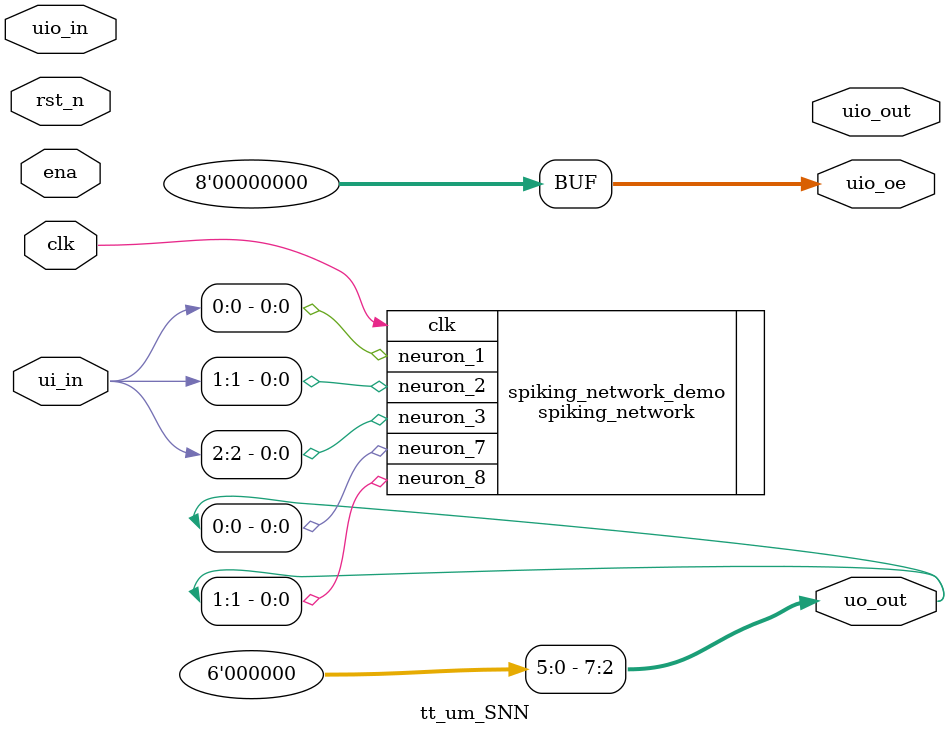
<source format=v>
`default_nettype none

module tt_um_SNN  
(
    input  wire [7:0] ui_in,    // Dedicated inputs - connected to the input switches
    output wire [7:0] uo_out,   // Dedicated outputs - connected to the 7 segment display
    input  wire [7:0] uio_in,   // IOs: Bidirectional Input path
    output wire [7:0] uio_out,  // IOs: Bidirectional Output path
    output wire [7:0] uio_oe,   // IOs: Bidirectional Enable path (active high: 0=input, 1=output)
    input  wire       ena,      // will go high when the design is enabled
    input  wire       clk,      // clock
    input  wire       rst_n     // reset_n - low to reset
);



    // use bidirectionals as outputs
    assign uio_oe = 8'b00000000;
    assign uo_out[7:2] = 6'd0;

    // instantiate segment display
    spiking_network spiking_network_demo(.clk(clk), .neuron_1(ui_in[0]), .neuron_2(ui_in[1]), .neuron_3(ui_in[2]),
    .neuron_7(uo_out[0]),.neuron_8(uo_out[1]));

    // leaky leaky1(.current(ui_in), .clk(clk), .rst(rst_n), .spike(uio_out[7]), .state(uo_out[7:0]));





endmodule

</source>
